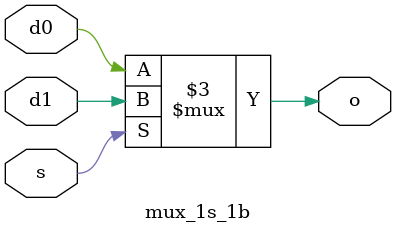
<source format=v>
/*module mux_1s_1b (
  input s,d0,d1,
  output o
  );
  
assign o = s ? d1: d0;
endmodule*/


module mux_1s_1b (
  input s,d0,d1,
  output reg o // toate iesirile pentru blocul always vor fi obligatoriu de tip reg
  );
  
always @(*) begin //{
    
    if (s) // s==1
    
      o = d1;
    else
      o = d0;
end //}
endmodule
</source>
